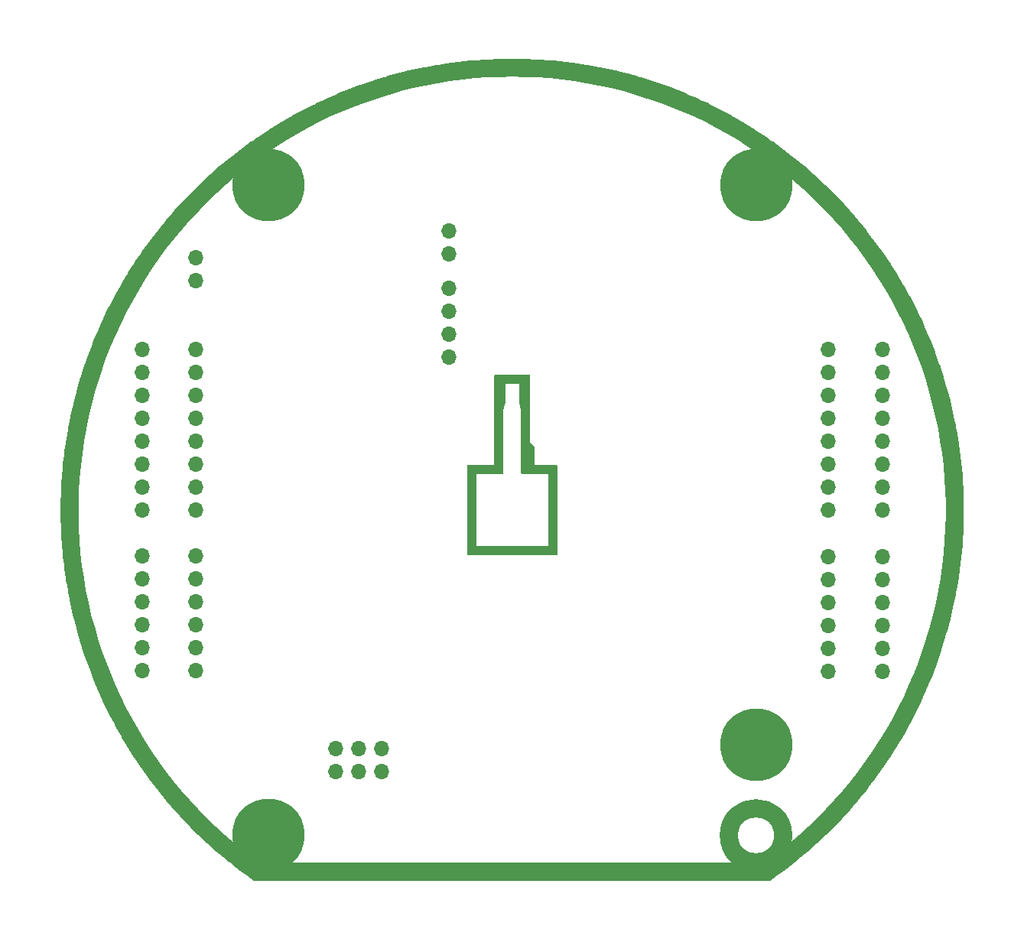
<source format=gbr>
%TF.GenerationSoftware,KiCad,Pcbnew,9.0.3*%
%TF.CreationDate,2025-08-31T18:15:22+02:00*%
%TF.ProjectId,TelemetryOnboard,54656c65-6d65-4747-9279-4f6e626f6172,v0.0.1*%
%TF.SameCoordinates,Original*%
%TF.FileFunction,Soldermask,Bot*%
%TF.FilePolarity,Negative*%
%FSLAX46Y46*%
G04 Gerber Fmt 4.6, Leading zero omitted, Abs format (unit mm)*
G04 Created by KiCad (PCBNEW 9.0.3) date 2025-08-31 18:15:22*
%MOMM*%
%LPD*%
G01*
G04 APERTURE LIST*
%ADD10C,2.000000*%
%ADD11O,1.700000X1.700000*%
%ADD12C,4.700000*%
%ADD13C,8.000000*%
G04 APERTURE END LIST*
D10*
X29999985Y-35999940D02*
G75*
G02*
X23999985Y-35999940I-3000000J0D01*
G01*
X23999985Y-35999940D02*
G75*
G02*
X29999985Y-35999940I3000000J0D01*
G01*
D11*
%TO.C,J1*%
X-19525016Y-26374940D03*
X-19525016Y-28914940D03*
X-16985016Y-26374940D03*
X-16985016Y-28914940D03*
X-14445016Y-26374940D03*
X-14445016Y-28914940D03*
%TD*%
D12*
%TO.C,M1*%
X-27000016Y36000060D03*
D13*
X-27000016Y36000060D03*
%TD*%
D12*
%TO.C,M3*%
X26999984Y-25999940D03*
D13*
X26999984Y-25999940D03*
%TD*%
D11*
%TO.C,JL1*%
X-35000016Y17780060D03*
X-35000016Y15240060D03*
X-35000016Y12700060D03*
X-35000016Y10160060D03*
X-35000016Y7620060D03*
X-35000016Y5080060D03*
X-35000016Y2540060D03*
X-35000016Y60D03*
%TD*%
%TO.C,J2*%
X-6990016Y30895062D03*
X-6990016Y28355062D03*
%TD*%
%TO.C,J5*%
X-35000016Y27940060D03*
X-35000016Y25400060D03*
%TD*%
%TO.C,JL4*%
X-40975016Y-5079940D03*
X-40975016Y-7619940D03*
X-40975016Y-10159940D03*
X-40975016Y-12699940D03*
X-40975016Y-15239940D03*
X-40975016Y-17779940D03*
%TD*%
%TO.C,JR4*%
X40974984Y-17804940D03*
X40974984Y-15264940D03*
X40974984Y-12724940D03*
X40974984Y-10184940D03*
X40974984Y-7644940D03*
X40974984Y-5104940D03*
%TD*%
D12*
%TO.C,M4*%
X26999984Y36000060D03*
D13*
X26999984Y36000060D03*
%TD*%
D11*
%TO.C,JL3*%
X-40975016Y17780060D03*
X-40975016Y15240060D03*
X-40975016Y12700060D03*
X-40975016Y10160060D03*
X-40975016Y7620060D03*
X-40975016Y5080060D03*
X-40975016Y2540060D03*
X-40975016Y60D03*
%TD*%
%TO.C,JR1*%
X34974984Y60D03*
X34974984Y2540060D03*
X34974984Y5080060D03*
X34974984Y7620060D03*
X34974984Y10160060D03*
X34974984Y12700060D03*
X34974984Y15240060D03*
X34974984Y17780060D03*
%TD*%
%TO.C,JL2*%
X-35000016Y-5079940D03*
X-35000016Y-7619940D03*
X-35000016Y-10159940D03*
X-35000016Y-12699940D03*
X-35000016Y-15239940D03*
X-35000016Y-17779940D03*
%TD*%
%TO.C,JR3*%
X40974984Y60D03*
X40974984Y2540060D03*
X40974984Y5080060D03*
X40974984Y7620060D03*
X40974984Y10160060D03*
X40974984Y12700060D03*
X40974984Y15240060D03*
X40974984Y17780060D03*
%TD*%
%TO.C,J4*%
X-6990016Y16925062D03*
X-6990016Y19465062D03*
X-6990016Y22005062D03*
X-6990016Y24545062D03*
%TD*%
%TO.C,JR2*%
X34999984Y-17804940D03*
X34999984Y-15264940D03*
X34999984Y-12724940D03*
X34999984Y-10184940D03*
X34999984Y-7644940D03*
X34999984Y-5104940D03*
%TD*%
D12*
%TO.C,M2*%
X-27000016Y-35999940D03*
D13*
X-27000016Y-35999940D03*
%TD*%
G36*
X214406Y49999546D02*
G01*
X1165464Y49986065D01*
X1166846Y49986037D01*
X1578555Y49975610D01*
X1580686Y49975538D01*
X2572613Y49933342D01*
X2573620Y49933295D01*
X2846384Y49919469D01*
X2847952Y49919380D01*
X3087698Y49904182D01*
X3088632Y49904119D01*
X4056234Y49835440D01*
X4056862Y49835394D01*
X4109491Y49831390D01*
X4111059Y49831260D01*
X4500323Y49796670D01*
X4501629Y49796547D01*
X5452175Y49701939D01*
X5453993Y49701745D01*
X5876222Y49653423D01*
X5877896Y49653220D01*
X6818441Y49532603D01*
X6819882Y49532409D01*
X7232585Y49474556D01*
X7234623Y49474253D01*
X8203253Y49322020D01*
X8204318Y49321848D01*
X8503924Y49272085D01*
X8505473Y49271818D01*
X8706258Y49235849D01*
X8707108Y49235694D01*
X9643421Y49061216D01*
X9644112Y49061085D01*
X9748798Y49040962D01*
X9750339Y49040655D01*
X10108491Y48967092D01*
X10109704Y48966837D01*
X11049129Y48764074D01*
X11050984Y48763659D01*
X11463546Y48667973D01*
X11465116Y48667598D01*
X12384503Y48441713D01*
X12385982Y48441340D01*
X12792977Y48336020D01*
X12794899Y48335506D01*
X13730592Y48077288D01*
X13731699Y48076977D01*
X14051190Y47985610D01*
X14052697Y47985168D01*
X14209717Y47938105D01*
X14210477Y47937875D01*
X15114623Y47660560D01*
X15115364Y47660330D01*
X15261605Y47614472D01*
X15263100Y47613993D01*
X15585499Y47508396D01*
X15586608Y47508027D01*
X16504049Y47197924D01*
X16505911Y47197278D01*
X16902669Y47056105D01*
X16904120Y47055579D01*
X17791934Y46727175D01*
X17793428Y46726611D01*
X18188259Y46574755D01*
X18190044Y46574053D01*
X19083175Y46214591D01*
X19084306Y46214129D01*
X19416119Y46076769D01*
X19417566Y46076159D01*
X19526977Y46029234D01*
X19527640Y46028947D01*
X20398156Y45649577D01*
X20398931Y45649236D01*
X20576501Y45570404D01*
X20577933Y45569758D01*
X20860662Y45439929D01*
X20861657Y45439467D01*
X21746650Y45023560D01*
X21748491Y45022676D01*
X22123657Y44838761D01*
X22124975Y44838105D01*
X22970897Y44410884D01*
X22972381Y44410122D01*
X23348843Y44213596D01*
X23350473Y44212730D01*
X24191805Y43757457D01*
X24192939Y43756835D01*
X24529251Y43570285D01*
X24530622Y43569514D01*
X24588888Y43536221D01*
X24589450Y43535897D01*
X25424335Y43053035D01*
X25425129Y43052572D01*
X25624545Y42935258D01*
X25625893Y42934454D01*
X25866411Y42788829D01*
X25867286Y42788294D01*
X26709366Y42268878D01*
X26711156Y42267753D01*
X27059172Y42044810D01*
X27060347Y42044048D01*
X27854584Y41522506D01*
X27856031Y41521541D01*
X28265659Y41244254D01*
X28266763Y41243498D01*
X28427293Y41132287D01*
X28427484Y41132154D01*
X28686228Y40952184D01*
X28686754Y40951816D01*
X28894102Y40805997D01*
X28894859Y40805461D01*
X29323935Y40498887D01*
X29325667Y40497627D01*
X30124694Y39905614D01*
X30125493Y39905016D01*
X30340262Y39743196D01*
X30341510Y39742243D01*
X30532048Y39594861D01*
X30532788Y39594285D01*
X31295699Y38994892D01*
X31296192Y38994502D01*
X31336818Y38962249D01*
X31338044Y38961263D01*
X31639339Y38715769D01*
X31640346Y38714940D01*
X32374709Y38103620D01*
X32376111Y38102435D01*
X32696872Y37827278D01*
X32698133Y37826182D01*
X33408999Y37199563D01*
X33410095Y37198585D01*
X33718606Y36920073D01*
X33720107Y36918695D01*
X34434295Y36252333D01*
X34435098Y36251577D01*
X34662402Y36035681D01*
X34663533Y36034593D01*
X34797537Y35904048D01*
X34798133Y35903464D01*
X35472448Y35237661D01*
X35472969Y35237143D01*
X35563640Y35146549D01*
X35564745Y35145432D01*
X35810116Y34893975D01*
X35810949Y34893112D01*
X36477899Y34196257D01*
X36479230Y34194845D01*
X36764949Y33886808D01*
X36766007Y33885653D01*
X37400669Y33183841D01*
X37401717Y33182667D01*
X37679636Y32867393D01*
X37680902Y32865933D01*
X38306897Y32133078D01*
X38307677Y32132157D01*
X38534969Y31860762D01*
X38535970Y31859550D01*
X38614143Y31763767D01*
X38614602Y31763202D01*
X39209900Y31025003D01*
X39210425Y31024348D01*
X39329310Y30874863D01*
X39330280Y30873627D01*
X39520488Y30628140D01*
X39521155Y30627271D01*
X40113205Y29849061D01*
X40114429Y29847424D01*
X40360432Y29512759D01*
X40361291Y29511576D01*
X40913471Y28741524D01*
X40914440Y28740154D01*
X41156257Y28393103D01*
X41157291Y28391595D01*
X41691535Y27600229D01*
X41692263Y27599139D01*
X41907697Y27272629D01*
X41908556Y27271308D01*
X41933462Y27232497D01*
X41933795Y27231975D01*
X42454857Y26411003D01*
X42455361Y26410203D01*
X42584807Y26202774D01*
X42585630Y26201436D01*
X42723496Y25974154D01*
X42724006Y25973305D01*
X43231512Y25121372D01*
X43231809Y25120871D01*
X43234579Y25116171D01*
X43235366Y25114817D01*
X43437473Y24761774D01*
X43438141Y24760592D01*
X43902056Y23929238D01*
X43902913Y23927675D01*
X44103834Y23555130D01*
X44104642Y23553607D01*
X44543552Y22711990D01*
X44544200Y22710731D01*
X44730787Y22342758D01*
X44731716Y22340886D01*
X45162297Y21455016D01*
X45162752Y21454070D01*
X45287977Y21190790D01*
X45288642Y21189368D01*
X45378679Y20993719D01*
X45379047Y20992912D01*
X45772476Y20121650D01*
X45772755Y20121027D01*
X45809953Y20037426D01*
X45810583Y20035987D01*
X45956988Y19695398D01*
X45957477Y19694244D01*
X46327467Y18808973D01*
X46328181Y18807227D01*
X46484856Y18415712D01*
X46485448Y18414205D01*
X46825584Y17530970D01*
X46826122Y17529547D01*
X46971649Y17137384D01*
X46972325Y17135517D01*
X47295154Y16220920D01*
X47295533Y16219830D01*
X47403717Y15904005D01*
X47404216Y15902516D01*
X47453271Y15753164D01*
X47453513Y15752421D01*
X47742800Y14852559D01*
X47743038Y14851809D01*
X47791184Y14698717D01*
X47791646Y14697215D01*
X47887139Y14379565D01*
X47887465Y14378464D01*
X48158278Y13446405D01*
X48158818Y13444488D01*
X48269009Y13041183D01*
X48269399Y13039719D01*
X48507670Y12123758D01*
X48508069Y12122183D01*
X48608925Y11712509D01*
X48609361Y11710679D01*
X48824465Y10776069D01*
X48824741Y10774841D01*
X48904609Y10410965D01*
X48904936Y10409429D01*
X48922651Y10323539D01*
X48922786Y10322875D01*
X49110987Y9384519D01*
X49111159Y9383644D01*
X49152530Y9169389D01*
X49152818Y9167845D01*
X49204037Y8883274D01*
X49204218Y8882246D01*
X49370694Y7910455D01*
X49371030Y7908387D01*
X49433751Y7500998D01*
X49433958Y7499602D01*
X49567756Y6559566D01*
X49567987Y6557852D01*
X49621764Y6138149D01*
X49621978Y6136386D01*
X49729402Y5190693D01*
X49729548Y5189338D01*
X49771201Y4782867D01*
X49771316Y4781691D01*
X49771342Y4781411D01*
X49771427Y4780452D01*
X49855673Y3789712D01*
X49855754Y3788719D01*
X49876347Y3521096D01*
X49876457Y3519530D01*
X49891958Y3278168D01*
X49892015Y3277230D01*
X49946871Y2308287D01*
X49946905Y2307659D01*
X49949506Y2257181D01*
X49949577Y2255611D01*
X49964687Y1866480D01*
X49964730Y1865175D01*
X49991734Y910407D01*
X49991773Y908574D01*
X49997478Y485775D01*
X49997489Y484102D01*
X49997489Y-463403D01*
X49997480Y-464871D01*
X49992560Y-880496D01*
X49992519Y-882534D01*
X49964900Y-1859047D01*
X49964864Y-1860147D01*
X49953243Y-2172761D01*
X49953175Y-2174330D01*
X49943808Y-2362202D01*
X49943764Y-2363036D01*
X49890194Y-3309267D01*
X49890150Y-3310000D01*
X49882213Y-3436878D01*
X49882105Y-3438444D01*
X49855689Y-3789349D01*
X49855593Y-3790547D01*
X49773879Y-4751497D01*
X49773700Y-4753427D01*
X49731554Y-5171543D01*
X49731387Y-5173102D01*
X49624596Y-6113224D01*
X49624408Y-6114785D01*
X49571688Y-6531712D01*
X49571431Y-6533629D01*
X49435573Y-7488134D01*
X49435397Y-7489327D01*
X49382230Y-7838505D01*
X49381984Y-7840056D01*
X49361636Y-7963189D01*
X49361515Y-7963909D01*
X49201412Y-8898508D01*
X49201267Y-8899334D01*
X49167936Y-9086294D01*
X49167651Y-9087838D01*
X49109118Y-9393694D01*
X49108907Y-9394771D01*
X48916692Y-10353142D01*
X48916274Y-10355142D01*
X48827871Y-10761113D01*
X48827551Y-10762541D01*
X48615015Y-11685996D01*
X48614628Y-11687627D01*
X48514222Y-12098395D01*
X48513774Y-12100169D01*
X48273364Y-13024353D01*
X48273028Y-13025619D01*
X48170704Y-13402592D01*
X48170283Y-13404105D01*
X48157291Y-13449677D01*
X48157118Y-13450279D01*
X47885931Y-14383627D01*
X47885664Y-14384532D01*
X47815919Y-14617933D01*
X47815460Y-14619434D01*
X47735873Y-14873974D01*
X47735573Y-14874921D01*
X47431762Y-15819960D01*
X47431586Y-15820503D01*
X47430475Y-15823905D01*
X47429976Y-15825400D01*
X47298601Y-16211010D01*
X47298156Y-16212294D01*
X46981300Y-17109969D01*
X46980695Y-17111644D01*
X46834089Y-17508731D01*
X46833480Y-17510346D01*
X46492323Y-18396232D01*
X46491807Y-18397548D01*
X46339225Y-18780673D01*
X46338435Y-18782610D01*
X45958503Y-19691670D01*
X45958095Y-19692635D01*
X45843708Y-19959957D01*
X45843081Y-19961397D01*
X45755401Y-20159335D01*
X45755038Y-20160146D01*
X45361565Y-21031506D01*
X45361283Y-21032125D01*
X45323618Y-21114330D01*
X45322955Y-21115754D01*
X45164066Y-21451243D01*
X45163523Y-21452375D01*
X44744121Y-22315245D01*
X44743284Y-22316934D01*
X44553189Y-22693369D01*
X44552449Y-22694811D01*
X44114769Y-23534069D01*
X44114058Y-23535412D01*
X43916163Y-23903802D01*
X43915209Y-23905545D01*
X43442462Y-24752728D01*
X43441896Y-24753731D01*
X43276873Y-25043108D01*
X43276086Y-25044467D01*
X43195940Y-25180961D01*
X43195541Y-25181636D01*
X42711818Y-25993646D01*
X42711414Y-25994320D01*
X42628934Y-26130802D01*
X42628113Y-26132141D01*
X42452622Y-26414394D01*
X42452010Y-26415368D01*
X41932046Y-27234611D01*
X41930967Y-27236281D01*
X41701208Y-27585765D01*
X41700367Y-27587028D01*
X41170808Y-28371452D01*
X41169891Y-28372791D01*
X40929294Y-28719314D01*
X40928208Y-28720853D01*
X40369266Y-29500335D01*
X40368529Y-29501352D01*
X40148756Y-29801374D01*
X40147820Y-29802635D01*
X40094358Y-29873713D01*
X40093948Y-29874255D01*
X39514732Y-30635595D01*
X39514190Y-30636302D01*
X39381289Y-30808414D01*
X39380322Y-30809650D01*
X39200279Y-31036808D01*
X39199626Y-31037625D01*
X38580906Y-31804869D01*
X38579577Y-31806488D01*
X38315344Y-32123057D01*
X38314433Y-32124136D01*
X37697874Y-32845944D01*
X37696743Y-32847250D01*
X37417359Y-33165247D01*
X37416176Y-33166575D01*
X36777705Y-33872597D01*
X36776786Y-33873601D01*
X36499928Y-34173078D01*
X36498840Y-34174241D01*
X36497235Y-34175933D01*
X36496853Y-34176333D01*
X35810045Y-34893936D01*
X35809355Y-34894652D01*
X35622973Y-35086291D01*
X35621871Y-35087410D01*
X35450382Y-35259324D01*
X35449715Y-35259987D01*
X34758558Y-35942420D01*
X34758111Y-35942859D01*
X34723121Y-35977060D01*
X34721989Y-35978152D01*
X34439782Y-36247083D01*
X34438831Y-36247980D01*
X33740390Y-36899650D01*
X33739041Y-36900890D01*
X33425726Y-37184683D01*
X33424478Y-37185799D01*
X32713540Y-37812481D01*
X32712435Y-37813443D01*
X32397584Y-38084436D01*
X32396026Y-38085755D01*
X31644895Y-38711033D01*
X31644047Y-38711732D01*
X31402478Y-38909228D01*
X31401256Y-38910215D01*
X31253469Y-39027948D01*
X31252813Y-39028467D01*
X30507191Y-39614275D01*
X30506614Y-39614725D01*
X30407290Y-39691817D01*
X30406043Y-39692773D01*
X30124879Y-39905349D01*
X30123916Y-39906070D01*
X29348977Y-40480236D01*
X29347412Y-40481376D01*
X28932629Y-40778776D01*
X28931705Y-40779432D01*
X28650251Y-40977368D01*
X28584091Y-40999831D01*
X28578920Y-40999939D01*
X-28578954Y-40999939D01*
X-28645993Y-40980254D01*
X-28650286Y-40977368D01*
X-28931862Y-40779344D01*
X-28932785Y-40778688D01*
X-29347402Y-40481407D01*
X-29348967Y-40480267D01*
X-30124014Y-39906021D01*
X-30124977Y-39905300D01*
X-30406075Y-39692774D01*
X-30407323Y-39691818D01*
X-30506542Y-39614807D01*
X-30507118Y-39614357D01*
X-31252936Y-39028395D01*
X-31253592Y-39027875D01*
X-31401327Y-38910183D01*
X-31402549Y-38909197D01*
X-31643897Y-38711883D01*
X-31644745Y-38711184D01*
X-32396122Y-38085702D01*
X-32397680Y-38084383D01*
X-32712407Y-37813496D01*
X-32713512Y-37812534D01*
X-33424596Y-37185722D01*
X-33425844Y-37184606D01*
X-33738972Y-36900985D01*
X-33740321Y-36899745D01*
X-34438933Y-36247915D01*
X-34439884Y-36247018D01*
X-34722020Y-35978154D01*
X-34723153Y-35977061D01*
X-34758007Y-35942992D01*
X-34758452Y-35942555D01*
X-35449839Y-35259898D01*
X-35450507Y-35259233D01*
X-35621864Y-35087450D01*
X-35622966Y-35086332D01*
X-35809328Y-34894715D01*
X-35810018Y-34893999D01*
X-36497353Y-34175843D01*
X-36497712Y-34175467D01*
X-36498812Y-34174308D01*
X-36499923Y-34173121D01*
X-36776746Y-33873681D01*
X-36777665Y-33872677D01*
X-37416295Y-33166479D01*
X-37417479Y-33165151D01*
X-37696733Y-32847299D01*
X-37697863Y-32845993D01*
X-38314567Y-32124016D01*
X-38315479Y-32122937D01*
X-38579562Y-31806547D01*
X-38580890Y-31804928D01*
X-39199735Y-31037528D01*
X-39200388Y-31036712D01*
X-39380415Y-30809577D01*
X-39381383Y-30808339D01*
X-39514019Y-30636569D01*
X-39514560Y-30635863D01*
X-40094140Y-29874042D01*
X-40094549Y-29873502D01*
X-40147871Y-29802613D01*
X-40148808Y-29801350D01*
X-40368467Y-29501484D01*
X-40369204Y-29500467D01*
X-40928316Y-28720748D01*
X-40929402Y-28719209D01*
X-41169839Y-28372915D01*
X-41170756Y-28371576D01*
X-41700469Y-27586924D01*
X-41701310Y-27585661D01*
X-41930935Y-27236381D01*
X-41932014Y-27234711D01*
X-42452136Y-26415220D01*
X-42452748Y-26414246D01*
X-42628146Y-26132143D01*
X-42628967Y-26130804D01*
X-42711293Y-25994577D01*
X-42711697Y-25993903D01*
X-43195672Y-25181469D01*
X-43196071Y-25180794D01*
X-43276118Y-25044469D01*
X-43276905Y-25043110D01*
X-43441852Y-24753867D01*
X-43442418Y-24752864D01*
X-43915297Y-23905445D01*
X-43916251Y-23903702D01*
X-44114021Y-23535545D01*
X-44114732Y-23534202D01*
X-44552544Y-22694689D01*
X-44553284Y-22693247D01*
X-44743264Y-22317040D01*
X-44744101Y-22315351D01*
X-45163631Y-21452218D01*
X-45164174Y-21451087D01*
X-45323019Y-21115692D01*
X-45323682Y-21114268D01*
X-45361138Y-21032521D01*
X-45361420Y-21031901D01*
X-45755169Y-20159927D01*
X-45755532Y-20159116D01*
X-45843114Y-19961399D01*
X-45843741Y-19959959D01*
X-45958049Y-19692821D01*
X-45958457Y-19691856D01*
X-46338505Y-18782519D01*
X-46339295Y-18780582D01*
X-46491798Y-18397656D01*
X-46492314Y-18396340D01*
X-46833550Y-17510249D01*
X-46834159Y-17508634D01*
X-46980671Y-17111803D01*
X-46981276Y-17110128D01*
X-47298247Y-16212128D01*
X-47298692Y-16210844D01*
X-47429990Y-15825462D01*
X-47430505Y-15823919D01*
X-47431514Y-15820825D01*
X-47431674Y-15820330D01*
X-47735669Y-14874721D01*
X-47735969Y-14873774D01*
X-47815493Y-14619436D01*
X-47815952Y-14617935D01*
X-47885626Y-14384772D01*
X-47885893Y-14383867D01*
X-48157275Y-13449846D01*
X-48157447Y-13449246D01*
X-48170301Y-13404161D01*
X-48170723Y-13402646D01*
X-48273011Y-13025810D01*
X-48273347Y-13024544D01*
X-48513831Y-12100074D01*
X-48514279Y-12098300D01*
X-48614636Y-11687731D01*
X-48615023Y-11686100D01*
X-48827611Y-10762420D01*
X-48827931Y-10760992D01*
X-48916287Y-10355238D01*
X-48916705Y-10353238D01*
X-49108984Y-9394547D01*
X-49109195Y-9393470D01*
X-49167681Y-9087855D01*
X-49167966Y-9086312D01*
X-49201258Y-8899573D01*
X-49201403Y-8898746D01*
X-49361590Y-7963657D01*
X-49361711Y-7962937D01*
X-49382017Y-7840058D01*
X-49382263Y-7838507D01*
X-49435402Y-7489513D01*
X-49435578Y-7488320D01*
X-49571484Y-6533480D01*
X-49571741Y-6531563D01*
X-49624420Y-6114962D01*
X-49624608Y-6113402D01*
X-49731439Y-5172931D01*
X-49731606Y-5171371D01*
X-49773720Y-4753567D01*
X-49773899Y-4751637D01*
X-49855644Y-3790322D01*
X-49855740Y-3789124D01*
X-49882139Y-3438446D01*
X-49882247Y-3436880D01*
X-49890162Y-3310357D01*
X-49890206Y-3309624D01*
X-49943817Y-2362679D01*
X-49943861Y-2361844D01*
X-49953209Y-2174331D01*
X-49953277Y-2172763D01*
X-49964889Y-1860380D01*
X-49964925Y-1859280D01*
X-49992554Y-882412D01*
X-49992595Y-880374D01*
X-49995792Y-610345D01*
X-47998630Y-610345D01*
X-47961166Y-1991809D01*
X-47883951Y-3371628D01*
X-47767039Y-4748725D01*
X-47610543Y-6121797D01*
X-47414580Y-7489842D01*
X-47179317Y-8851655D01*
X-46904946Y-10206158D01*
X-46591700Y-11552183D01*
X-46239830Y-12888656D01*
X-45849643Y-14214407D01*
X-45421444Y-15528407D01*
X-44955596Y-16829537D01*
X-44452499Y-18116679D01*
X-43912543Y-19388841D01*
X-43336197Y-20644911D01*
X-42723912Y-21883910D01*
X-42076250Y-23104702D01*
X-41393670Y-24306417D01*
X-40676817Y-25487922D01*
X-39926230Y-26648332D01*
X-39142537Y-27786669D01*
X-38326428Y-28901940D01*
X-37478522Y-29993288D01*
X-36599579Y-31059745D01*
X-35690303Y-32100451D01*
X-34751400Y-33114600D01*
X-33783744Y-34101246D01*
X-32788051Y-35059663D01*
X-31765178Y-35989020D01*
X-30716028Y-36888502D01*
X-29641350Y-37757464D01*
X-28542139Y-38595104D01*
X-27982152Y-38999938D01*
X-27982151Y-38999939D01*
X27982119Y-38999939D01*
X27982120Y-38999938D01*
X28542107Y-38595104D01*
X29641318Y-37757464D01*
X30715996Y-36888502D01*
X31765146Y-35989020D01*
X32788019Y-35059663D01*
X33783712Y-34101246D01*
X34751368Y-33114600D01*
X35690271Y-32100451D01*
X36599547Y-31059745D01*
X37478490Y-29993288D01*
X38326396Y-28901940D01*
X39142505Y-27786669D01*
X39926198Y-26648332D01*
X40676785Y-25487922D01*
X41393638Y-24306417D01*
X42076218Y-23104702D01*
X42723880Y-21883910D01*
X43336165Y-20644911D01*
X43912511Y-19388841D01*
X44452467Y-18116679D01*
X44955564Y-16829537D01*
X45421412Y-15528407D01*
X45849611Y-14214407D01*
X46239798Y-12888656D01*
X46591668Y-11552183D01*
X46904914Y-10206158D01*
X47179285Y-8851655D01*
X47414548Y-7489842D01*
X47610511Y-6121797D01*
X47767007Y-4748725D01*
X47883919Y-3371628D01*
X47961134Y-1991809D01*
X47998598Y-610345D01*
X47996275Y771693D01*
X47954173Y2153026D01*
X47872323Y3532578D01*
X47750786Y4909275D01*
X47589678Y6281817D01*
X47389120Y7649196D01*
X47149285Y9010212D01*
X46870372Y10363751D01*
X46552597Y11708757D01*
X46196246Y13044017D01*
X45801602Y14368472D01*
X45368997Y15681005D01*
X44898782Y16980563D01*
X44391364Y18266007D01*
X43847126Y19536372D01*
X43266571Y20790488D01*
X42650126Y22027424D01*
X41998365Y23246035D01*
X41311756Y24445447D01*
X40590945Y25624526D01*
X39836443Y26782440D01*
X39048959Y27918101D01*
X38229103Y29030629D01*
X37377528Y30119134D01*
X36495005Y31182632D01*
X35582223Y32220298D01*
X34639953Y33231249D01*
X33668955Y34214674D01*
X32670082Y35169707D01*
X31644076Y36095641D01*
X30591888Y36991610D01*
X29514337Y37856928D01*
X28412295Y38690885D01*
X27286749Y39492740D01*
X26138548Y40261889D01*
X24968661Y40997677D01*
X23778151Y41699439D01*
X22567857Y42366680D01*
X21338901Y42998782D01*
X20092273Y43595236D01*
X18828929Y44155583D01*
X17550017Y44679313D01*
X16256563Y45166010D01*
X14949638Y45615269D01*
X13630309Y46026722D01*
X12299648Y46400035D01*
X10958850Y46734873D01*
X9608959Y47030976D01*
X8251097Y47288098D01*
X6886368Y47506029D01*
X5515946Y47684581D01*
X4140969Y47823608D01*
X2762535Y47922995D01*
X1381846Y47982660D01*
X-16Y48002555D01*
X-1381878Y47982660D01*
X-2762567Y47922995D01*
X-4141001Y47823608D01*
X-5515978Y47684581D01*
X-6886400Y47506029D01*
X-8251129Y47288098D01*
X-9608991Y47030976D01*
X-10958882Y46734873D01*
X-12299680Y46400035D01*
X-13630341Y46026722D01*
X-14949670Y45615269D01*
X-16256595Y45166010D01*
X-17550049Y44679313D01*
X-18828961Y44155583D01*
X-20092305Y43595236D01*
X-21338933Y42998782D01*
X-22567889Y42366680D01*
X-23778183Y41699439D01*
X-24968693Y40997677D01*
X-26138580Y40261889D01*
X-27286781Y39492740D01*
X-28412327Y38690885D01*
X-29514369Y37856928D01*
X-30591920Y36991610D01*
X-31644108Y36095641D01*
X-32670114Y35169707D01*
X-33668987Y34214674D01*
X-34639985Y33231249D01*
X-35582255Y32220298D01*
X-36495037Y31182632D01*
X-37377560Y30119134D01*
X-38229135Y29030629D01*
X-39048991Y27918101D01*
X-39836475Y26782440D01*
X-40590977Y25624526D01*
X-41311788Y24445447D01*
X-41998397Y23246035D01*
X-42650158Y22027424D01*
X-43266603Y20790488D01*
X-43847158Y19536372D01*
X-44391396Y18266007D01*
X-44898814Y16980563D01*
X-45369029Y15681005D01*
X-45801634Y14368472D01*
X-46196278Y13044017D01*
X-46552629Y11708757D01*
X-46870404Y10363751D01*
X-47149317Y9010212D01*
X-47389152Y7649196D01*
X-47589710Y6281817D01*
X-47750818Y4909275D01*
X-47872355Y3532578D01*
X-47954205Y2153026D01*
X-47996307Y771693D01*
X-47998630Y-610345D01*
X-49995792Y-610345D01*
X-49997512Y-465041D01*
X-49997521Y-463573D01*
X-49997521Y484248D01*
X-49997510Y485921D01*
X-49991809Y908442D01*
X-49991770Y910275D01*
X-49964756Y1865357D01*
X-49964713Y1866662D01*
X-49949611Y2255605D01*
X-49949540Y2257174D01*
X-49946955Y2307346D01*
X-49946921Y2307975D01*
X-49892033Y3277476D01*
X-49891976Y3278414D01*
X-49876491Y3519528D01*
X-49876381Y3521094D01*
X-49855810Y3788438D01*
X-49855729Y3789431D01*
X-49771436Y4780726D01*
X-49771236Y4782861D01*
X-49729606Y5189108D01*
X-49729460Y5190462D01*
X-49621998Y6136497D01*
X-49621784Y6138262D01*
X-49568035Y6557739D01*
X-49567804Y6559452D01*
X-49433967Y7499762D01*
X-49433760Y7501158D01*
X-49371086Y7908242D01*
X-49370750Y7910310D01*
X-49204222Y8882414D01*
X-49204041Y8883443D01*
X-49152849Y9167858D01*
X-49152561Y9169401D01*
X-49111234Y9383428D01*
X-49111062Y9384303D01*
X-48922750Y10323219D01*
X-48922614Y10323885D01*
X-48904969Y10409429D01*
X-48904643Y10410963D01*
X-48824807Y10774694D01*
X-48824531Y10775922D01*
X-48609370Y11710780D01*
X-48608934Y11712610D01*
X-48508144Y12122019D01*
X-48507745Y12123595D01*
X-48269382Y13039907D01*
X-48268992Y13041370D01*
X-48158891Y13444347D01*
X-48158351Y13446264D01*
X-47887428Y14378702D01*
X-47887102Y14379803D01*
X-47791681Y14697213D01*
X-47791219Y14698715D01*
X-47743167Y14851506D01*
X-47742929Y14852255D01*
X-47453449Y15752721D01*
X-47453207Y15753466D01*
X-47404251Y15902514D01*
X-47403752Y15904002D01*
X-47295643Y16219608D01*
X-47295264Y16220698D01*
X-46972314Y17135638D01*
X-46971638Y17137505D01*
X-46826196Y17529438D01*
X-46825658Y17530860D01*
X-46485444Y18414299D01*
X-46484852Y18415807D01*
X-46328263Y18807109D01*
X-46327549Y18808855D01*
X-45957449Y19694389D01*
X-45956960Y19695543D01*
X-45810630Y20035955D01*
X-45810000Y20037394D01*
X-45772842Y20120905D01*
X-45772563Y20121528D01*
X-45379022Y20993036D01*
X-45378655Y20993842D01*
X-45288647Y21189430D01*
X-45287981Y21190853D01*
X-45162879Y21453874D01*
X-45162424Y21454820D01*
X-44731702Y22340981D01*
X-44730773Y22342853D01*
X-44544304Y22710594D01*
X-44543656Y22711853D01*
X-44104618Y23553715D01*
X-44103810Y23555238D01*
X-43903002Y23927573D01*
X-43902145Y23929136D01*
X-43438101Y24760720D01*
X-43437433Y24761902D01*
X-43235387Y25114840D01*
X-43234597Y25116200D01*
X-43232063Y25120499D01*
X-43231769Y25120994D01*
X-42723927Y25973492D01*
X-42723417Y25974341D01*
X-42585665Y26201434D01*
X-42584842Y26202772D01*
X-42455498Y26410038D01*
X-42454994Y26410838D01*
X-41933589Y27232351D01*
X-41933255Y27232874D01*
X-41908627Y27271251D01*
X-41907769Y27272571D01*
X-41692378Y27599015D01*
X-41691650Y27600105D01*
X-41157224Y28391742D01*
X-41156190Y28393250D01*
X-40914561Y28740031D01*
X-40913592Y28741401D01*
X-40361262Y29511661D01*
X-40360403Y29512844D01*
X-40114506Y29847364D01*
X-40113282Y29849001D01*
X-39521061Y30627438D01*
X-39520394Y30628307D01*
X-39330316Y30873625D01*
X-39329346Y30874860D01*
X-39210610Y31024158D01*
X-39210085Y31024814D01*
X-38614456Y31763425D01*
X-38613996Y31763992D01*
X-38536005Y31859549D01*
X-38535005Y31860759D01*
X-38307828Y32132018D01*
X-38307048Y32132939D01*
X-37680924Y32865945D01*
X-37679658Y32867405D01*
X-37401785Y33182628D01*
X-37400737Y33183802D01*
X-36765986Y33885712D01*
X-36764928Y33886867D01*
X-36479327Y34194777D01*
X-36477996Y34196189D01*
X-35810876Y34893221D01*
X-35810043Y34894084D01*
X-35564781Y35145430D01*
X-35563676Y35146548D01*
X-35473187Y35236960D01*
X-35472666Y35237477D01*
X-34797945Y35903681D01*
X-34797349Y35904265D01*
X-34663569Y36034592D01*
X-34662438Y36035681D01*
X-34435239Y36251476D01*
X-34434436Y36252231D01*
X-33720085Y36918745D01*
X-33718584Y36920123D01*
X-33410202Y37198518D01*
X-33409106Y37199496D01*
X-32698071Y37826265D01*
X-32696810Y37827361D01*
X-32376205Y38102384D01*
X-32374803Y38103569D01*
X-31640250Y38715046D01*
X-31639243Y38715875D01*
X-31338090Y38961253D01*
X-31336865Y38962238D01*
X-31296464Y38994313D01*
X-31295970Y38994704D01*
X-30532648Y39594420D01*
X-30531908Y39594996D01*
X-30341546Y39742242D01*
X-30340298Y39743195D01*
X-30125651Y39904923D01*
X-30124852Y39905521D01*
X-29325629Y40497679D01*
X-29323897Y40498939D01*
X-28895003Y40805382D01*
X-28894246Y40805918D01*
X-28686624Y40951930D01*
X-28686098Y40952298D01*
X-28428096Y41131752D01*
X-28427905Y41131885D01*
X-28266668Y41243585D01*
X-28265564Y41244341D01*
X-27856097Y41521519D01*
X-27854650Y41522483D01*
X-27060378Y42044049D01*
X-27059203Y42044812D01*
X-26711187Y42267755D01*
X-26709397Y42268880D01*
X-25867266Y42788326D01*
X-25866391Y42788861D01*
X-25625929Y42934452D01*
X-25624581Y42935256D01*
X-25425233Y43052530D01*
X-25424439Y43052993D01*
X-24589371Y43535961D01*
X-24588808Y43536285D01*
X-24530655Y43569513D01*
X-24529285Y43570284D01*
X-24192971Y43756836D01*
X-24191837Y43757457D01*
X-23350501Y44212733D01*
X-23348871Y44213600D01*
X-22972477Y44410090D01*
X-22970993Y44410852D01*
X-22124922Y44838148D01*
X-22123604Y44838804D01*
X-21748617Y45022633D01*
X-21746776Y45023517D01*
X-20861612Y45439504D01*
X-20860617Y45439966D01*
X-20577969Y45569757D01*
X-20576537Y45570403D01*
X-20399058Y45649195D01*
X-20398283Y45649536D01*
X-19527518Y46029014D01*
X-19526856Y46029301D01*
X-19417604Y46076158D01*
X-19416156Y46076768D01*
X-19084411Y46214100D01*
X-19083280Y46214562D01*
X-18189996Y46574085D01*
X-18188211Y46574787D01*
X-17793513Y46726591D01*
X-17792019Y46727155D01*
X-16904122Y47055591D01*
X-16902671Y47056117D01*
X-16505967Y47197270D01*
X-16504105Y47197916D01*
X-15586567Y47508051D01*
X-15585458Y47508420D01*
X-15263114Y47614000D01*
X-15261619Y47614479D01*
X-15115589Y47660270D01*
X-15114848Y47660500D01*
X-14210480Y47937884D01*
X-14209720Y47938114D01*
X-14052733Y47985167D01*
X-14051226Y47985609D01*
X-13731813Y48076954D01*
X-13730706Y48077265D01*
X-12794925Y48335507D01*
X-12793003Y48336021D01*
X-12386073Y48441325D01*
X-12384594Y48441698D01*
X-11465081Y48667616D01*
X-11463510Y48667991D01*
X-11051032Y48763656D01*
X-11049178Y48764071D01*
X-10109753Y48966833D01*
X-10108540Y48967088D01*
X-9750389Y49040651D01*
X-9748850Y49040957D01*
X-9644074Y49061099D01*
X-9643381Y49061231D01*
X-8707179Y49235687D01*
X-8706328Y49235842D01*
X-8505521Y49271814D01*
X-8503974Y49272081D01*
X-8204304Y49321856D01*
X-8203238Y49322028D01*
X-7234622Y49474259D01*
X-7232584Y49474562D01*
X-6819961Y49532403D01*
X-6818520Y49532597D01*
X-5877893Y49653225D01*
X-5876219Y49653428D01*
X-5454063Y49701741D01*
X-5452245Y49701935D01*
X-4501694Y49796543D01*
X-4500389Y49796666D01*
X-4111095Y49831260D01*
X-4109526Y49831390D01*
X-4056938Y49835391D01*
X-4056310Y49835437D01*
X-3088630Y49904121D01*
X-3087696Y49904184D01*
X-2847988Y49919380D01*
X-2846420Y49919469D01*
X-2573680Y49933293D01*
X-2572673Y49933340D01*
X-1580770Y49975536D01*
X-1578639Y49975608D01*
X-1166857Y49986037D01*
X-1165476Y49986065D01*
X-214439Y49999546D01*
X-212681Y49999558D01*
X212649Y49999558D01*
X214406Y49999546D01*
G37*
G36*
X1943023Y14980377D02*
G01*
X1988778Y14927573D01*
X1999984Y14876062D01*
X1999984Y7500059D01*
X2463665Y7036379D01*
X2497150Y6975056D01*
X2499984Y6948698D01*
X2499984Y5000060D01*
X4875984Y5000060D01*
X4943023Y4980375D01*
X4988778Y4927571D01*
X4999984Y4876060D01*
X4999984Y-4875940D01*
X4980299Y-4942979D01*
X4927495Y-4988734D01*
X4875984Y-4999940D01*
X-4876016Y-4999940D01*
X-4943055Y-4980255D01*
X-4988810Y-4927451D01*
X-5000016Y-4875940D01*
X-5000016Y3980060D01*
X-3980016Y3980060D01*
X-3980016Y-3979940D01*
X3979984Y-3979940D01*
X3979984Y3980060D01*
X1123984Y3980060D01*
X1056945Y3999745D01*
X1011190Y4052549D01*
X999984Y4104060D01*
X999984Y11000062D01*
X753686Y11985254D01*
X749984Y12015328D01*
X749984Y14000062D01*
X-750016Y14000062D01*
X-750016Y12015328D01*
X-753718Y11985254D01*
X-1000016Y11000062D01*
X-1000016Y4104060D01*
X-1019701Y4037021D01*
X-1072505Y3991266D01*
X-1124016Y3980060D01*
X-3980016Y3980060D01*
X-5000016Y3980060D01*
X-5000016Y4876060D01*
X-4980331Y4943099D01*
X-4927527Y4988854D01*
X-4876016Y5000060D01*
X-2000016Y5000060D01*
X-2000016Y14876062D01*
X-1980331Y14943101D01*
X-1927527Y14988856D01*
X-1876016Y15000062D01*
X1875984Y15000062D01*
X1943023Y14980377D01*
G37*
M02*

</source>
